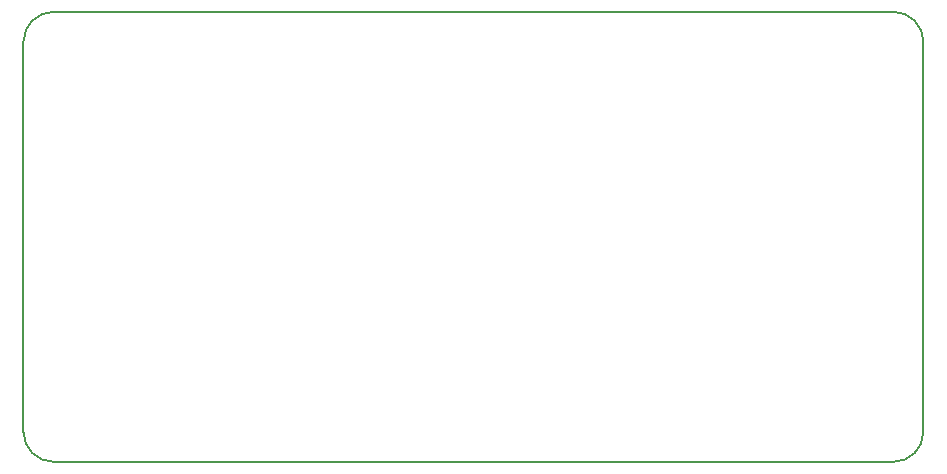
<source format=gm1>
%FSLAX44Y44*%
%MOMM*%
G71*
G01*
G75*
G04 Layer_Color=16711935*
%ADD10R,0.9652X0.8890*%
%ADD11R,1.0160X0.9398*%
%ADD12R,1.0160X0.9400*%
%ADD13R,0.5080X0.7620*%
%ADD14R,0.2600X2.0000*%
%ADD15R,2.0000X0.2600*%
%ADD16R,0.9400X1.0160*%
%ADD17R,0.9398X1.0160*%
%ADD18R,2.0320X0.6096*%
%ADD19C,0.2032*%
%ADD20C,0.2540*%
%ADD21C,0.5080*%
%ADD22C,0.3048*%
%ADD23R,2.4804X2.2690*%
%ADD24R,2.5943X2.2690*%
%ADD25R,3.0073X5.6504*%
%ADD26C,1.3000*%
%ADD27C,0.6350*%
%ADD28C,0.8128*%
%ADD29C,1.0160*%
%ADD30C,1.8080*%
%ADD31C,0.8382*%
%ADD32C,0.9398*%
%ADD33R,2.2000X0.3600*%
%ADD34R,3.0000X1.0000*%
%ADD35C,0.3302*%
%ADD36R,0.9424X1.9914*%
%ADD37R,2.5048X2.1810*%
%ADD38R,2.9171X1.1903*%
%ADD39C,0.1270*%
%ADD40C,0.1524*%
%ADD41C,0.1500*%
%ADD42R,1.1684X1.0922*%
%ADD43R,1.2192X1.1430*%
%ADD44R,1.2192X1.1432*%
%ADD45R,0.7112X0.9652*%
%ADD46R,0.4632X2.2032*%
%ADD47R,2.2032X0.4632*%
%ADD48R,1.1432X1.2192*%
%ADD49R,1.1430X1.2192*%
%ADD50R,2.2352X0.8128*%
%ADD51R,2.4032X0.5632*%
%ADD52R,3.2032X1.2032*%
D41*
X469900Y876300D02*
G03*
X444500Y850900I0J-25400D01*
G01*
X1206500D02*
G03*
X1181100Y876300I-25400J0D01*
G01*
Y495300D02*
G03*
X1206500Y520700I0J25400D01*
G01*
X444500D02*
G03*
X469900Y495300I25400J0D01*
G01*
Y876300D02*
X1181100D01*
X1206500Y520700D02*
Y850900D01*
X469900Y495300D02*
X1181100D01*
X444500Y520700D02*
Y850900D01*
M02*

</source>
